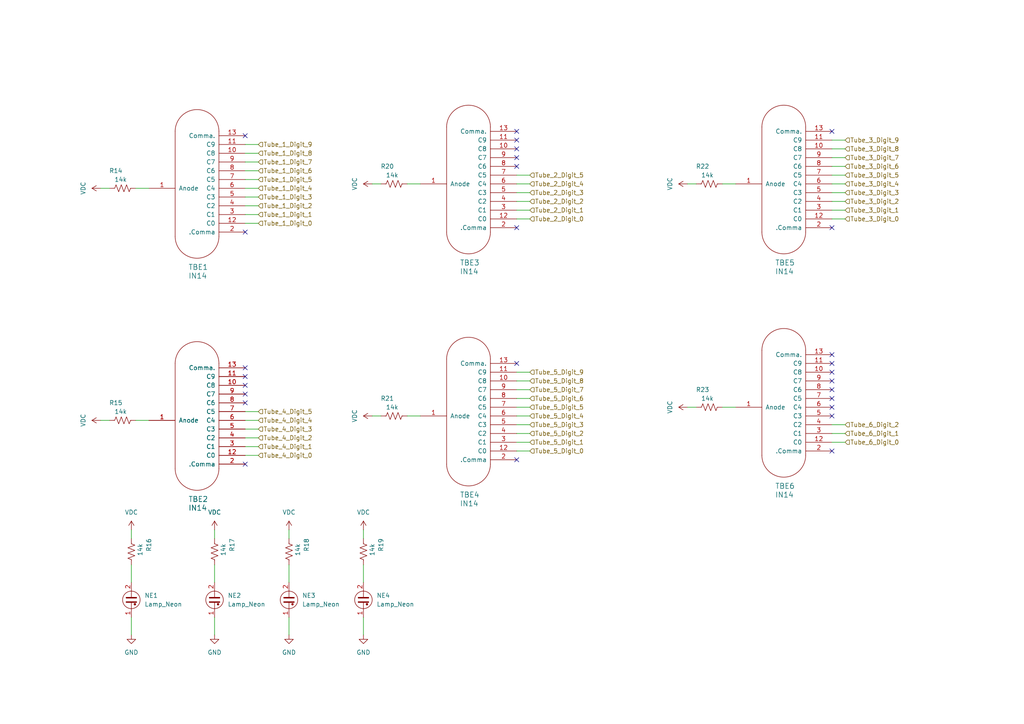
<source format=kicad_sch>
(kicad_sch (version 20211123) (generator eeschema)
  (paper "A4")
  (lib_symbols
    (symbol "Device:Lamp_Neon" (pin_names (offset 0.0254) hide)
      (property "Reference" "NE" (at 0.635 3.81 0))
      (property "Value" "Lamp_Neon" (at 0.635 -3.81 0))
      (symbol "Lamp_Neon_0_1"
        (rectangle (start -1.524 -0.508) (end 1.524 -0.762) (fill (type outline)))
        (rectangle (start -1.524 0.762) (end 1.524 0.508) (fill (type outline)))
        (polyline (pts (xy 0 -2.54) (xy 0 -0.762)))
        (polyline (pts (xy 0 0.762) (xy 0 2.54)))
        (circle (center 0 0) (radius 2.54))
        (circle (center 1.016 -1.27) (radius 0.254) (fill (type outline)))
      )
      (symbol "Lamp_Neon_1_1"
        (pin passive line (at 0 -5.08 90) (length 2.54) (name "~") (number "1"))
        (pin passive line (at 0 5.08 270) (length 2.54) (name "~") (number "2"))
      )
    )
    (symbol "Device:R_US" (pin_numbers hide) (pin_names (offset 0))
      (property "Reference" "R" (at 2.54 0 90))
      (property "Value" "R_US" (at -2.54 0 90))
      (symbol "R_US_0_1"
        (polyline (pts (xy 0 -2.286) (xy 0 -2.54)))
        (polyline (pts (xy 0 2.286) (xy 0 2.54)))
        (polyline (pts (xy 0 -0.762) (xy 1.016 -1.143) (xy 0 -1.524) (xy -1.016 -1.905) (xy 0 -2.286)))
        (polyline (pts (xy 0 0.762) (xy 1.016 0.381) (xy 0 0) (xy -1.016 -0.381) (xy 0 -0.762)))
        (polyline (pts (xy 0 2.286) (xy 1.016 1.905) (xy 0 1.524) (xy -1.016 1.143) (xy 0 0.762)))
      )
      (symbol "R_US_1_1"
        (pin passive line (at 0 3.81 270) (length 1.27) (name "~") (number "1"))
        (pin passive line (at 0 -3.81 90) (length 1.27) (name "~") (number "2"))
      )
    )
    (symbol "in14_lib:IN14" (pin_names (offset 1.016))
      (property "Reference" "TBE" (at -2.54 0 0))
      (property "Value" "IN14" (at -8.89 -7.62 0))
      (symbol "IN14_0_1"
        (arc (start -6.35 -1.27) (mid -12.7 -7.62) (end -6.35 -13.97))
        (polyline (pts (xy -6.35 -13.97) (xy 24.13 -13.97)))
        (polyline (pts (xy 24.13 -1.27) (xy -6.35 -1.27)))
        (arc (start 24.13 -13.97) (mid 30.48 -7.62) (end 24.13 -1.27))
      )
      (symbol "IN14_1_1"
        (pin input line (at 7.62 6.35 270) (length 7.62) (name "Anode") (number "1"))
        (pin input line (at 17.78 -21.59 90) (length 7.62) (name "C8") (number "10"))
        (pin input line (at 20.32 -21.59 90) (length 7.62) (name "C9") (number "11"))
        (pin input line (at -2.54 -21.59 90) (length 7.62) (name "C0") (number "12"))
        (pin input line (at 22.86 -21.59 90) (length 7.62) (name "Comma.") (number "13"))
        (pin input line (at -5.08 -21.59 90) (length 7.62) (name ".Comma") (number "2"))
        (pin input line (at 0 -21.59 90) (length 7.62) (name "C1") (number "3"))
        (pin input line (at 2.54 -21.59 90) (length 7.62) (name "C2") (number "4"))
        (pin input line (at 5.08 -21.59 90) (length 7.62) (name "C3") (number "5"))
        (pin input line (at 7.62 -21.59 90) (length 7.62) (name "C4") (number "6"))
        (pin input line (at 10.16 -21.59 90) (length 7.62) (name "C5") (number "7"))
        (pin input line (at 12.7 -21.59 90) (length 7.62) (name "C6") (number "8"))
        (pin input line (at 15.24 -21.59 90) (length 7.62) (name "C7") (number "9"))
      )
    )
    (symbol "power:GND" (power) (pin_names (offset 0))
      (property "Value" "GND" (at 0 -3.81 0))
      (symbol "GND_0_1"
        (polyline (pts (xy 0 0) (xy 0 -1.27) (xy 1.27 -1.27) (xy 0 -2.54) (xy -1.27 -1.27) (xy 0 -1.27)))
      )
      (symbol "GND_1_1"
        (pin power_in line (at 0 0 270) (length 0) hide (name "GND") (number "1"))
      )
    )
    (symbol "power:VDC" (power) (pin_names (offset 0))
      (property "Value" "VDC" (at 0 6.35 0))
      (symbol "VDC_0_1"
        (polyline (pts (xy -0.762 1.27) (xy 0 2.54)))
        (polyline (pts (xy 0 0) (xy 0 2.54)))
        (polyline (pts (xy 0 2.54) (xy 0.762 1.27)))
      )
      (symbol "VDC_1_1"
        (pin power_in line (at 0 0 90) (length 0) hide (name "VDC") (number "1"))
      )
    )
  )
  (no_connect (at 71.12 134.62))
  (no_connect (at 149.86 43.18))
  (no_connect (at 241.3 130.81))
  (no_connect (at 71.12 111.76))
  (no_connect (at 241.3 102.87))
  (no_connect (at 241.3 115.57))
  (no_connect (at 149.86 66.04))
  (no_connect (at 241.3 113.03))
  (no_connect (at 241.3 107.95))
  (no_connect (at 71.12 116.84))
  (no_connect (at 241.3 105.41))
  (no_connect (at 71.12 67.31))
  (no_connect (at 149.86 40.64))
  (no_connect (at 241.3 118.11))
  (no_connect (at 241.3 66.04))
  (no_connect (at 71.12 39.37))
  (no_connect (at 149.86 38.1))
  (no_connect (at 71.12 106.68))
  (no_connect (at 149.86 105.41))
  (no_connect (at 149.86 48.26))
  (no_connect (at 149.86 133.35))
  (no_connect (at 241.3 38.1))
  (no_connect (at 149.86 45.72))
  (no_connect (at 241.3 110.49))
  (no_connect (at 241.3 120.65))
  (no_connect (at 71.12 114.3))
  (no_connect (at 71.12 109.22))
  (wire (pts (xy 118.11 53.34) (xy 121.92 53.34)))
  (wire (pts (xy 241.3 60.96) (xy 245.11 60.96)))
  (wire (pts (xy 149.86 123.19) (xy 153.67 123.19)))
  (wire (pts (xy 241.3 40.64) (xy 245.11 40.64)))
  (wire (pts (xy 71.12 57.15) (xy 74.93 57.15)))
  (wire (pts (xy 71.12 129.54) (xy 74.93 129.54)))
  (wire (pts (xy 149.86 110.49) (xy 153.67 110.49)))
  (wire (pts (xy 149.86 50.8) (xy 153.67 50.8)))
  (wire (pts (xy 71.12 64.77) (xy 74.93 64.77)))
  (wire (pts (xy 149.86 130.81) (xy 153.67 130.81)))
  (wire (pts (xy 149.86 115.57) (xy 153.67 115.57)))
  (wire (pts (xy 71.12 62.23) (xy 74.93 62.23)))
  (wire (pts (xy 241.3 53.34) (xy 245.11 53.34)))
  (wire (pts (xy 241.3 43.18) (xy 245.11 43.18)))
  (wire (pts (xy 71.12 54.61) (xy 74.93 54.61)))
  (wire (pts (xy 149.86 128.27) (xy 153.67 128.27)))
  (wire (pts (xy 149.86 107.95) (xy 153.67 107.95)))
  (wire (pts (xy 241.3 128.27) (xy 245.11 128.27)))
  (wire (pts (xy 62.23 153.67) (xy 62.23 156.21)))
  (wire (pts (xy 62.23 163.83) (xy 62.23 168.91)))
  (wire (pts (xy 199.39 53.34) (xy 201.93 53.34)))
  (wire (pts (xy 71.12 46.99) (xy 74.93 46.99)))
  (wire (pts (xy 149.86 63.5) (xy 153.67 63.5)))
  (wire (pts (xy 118.11 120.65) (xy 121.92 120.65)))
  (wire (pts (xy 83.82 153.67) (xy 83.82 156.21)))
  (wire (pts (xy 29.21 121.92) (xy 31.75 121.92)))
  (wire (pts (xy 38.1 179.07) (xy 38.1 184.15)))
  (wire (pts (xy 149.86 58.42) (xy 153.67 58.42)))
  (wire (pts (xy 38.1 153.67) (xy 38.1 156.21)))
  (wire (pts (xy 241.3 48.26) (xy 245.11 48.26)))
  (wire (pts (xy 71.12 49.53) (xy 74.93 49.53)))
  (wire (pts (xy 105.41 163.83) (xy 105.41 168.91)))
  (wire (pts (xy 39.37 54.61) (xy 43.18 54.61)))
  (wire (pts (xy 83.82 179.07) (xy 83.82 184.15)))
  (wire (pts (xy 71.12 132.08) (xy 74.93 132.08)))
  (wire (pts (xy 39.37 121.92) (xy 43.18 121.92)))
  (wire (pts (xy 71.12 44.45) (xy 74.93 44.45)))
  (wire (pts (xy 71.12 124.46) (xy 74.93 124.46)))
  (wire (pts (xy 241.3 45.72) (xy 245.11 45.72)))
  (wire (pts (xy 71.12 59.69) (xy 74.93 59.69)))
  (wire (pts (xy 105.41 153.67) (xy 105.41 156.21)))
  (wire (pts (xy 209.55 53.34) (xy 213.36 53.34)))
  (wire (pts (xy 241.3 123.19) (xy 245.11 123.19)))
  (wire (pts (xy 149.86 120.65) (xy 153.67 120.65)))
  (wire (pts (xy 149.86 55.88) (xy 153.67 55.88)))
  (wire (pts (xy 209.55 118.11) (xy 213.36 118.11)))
  (wire (pts (xy 71.12 127) (xy 74.93 127)))
  (wire (pts (xy 83.82 163.83) (xy 83.82 168.91)))
  (wire (pts (xy 29.21 54.61) (xy 31.75 54.61)))
  (wire (pts (xy 107.95 53.34) (xy 110.49 53.34)))
  (wire (pts (xy 149.86 53.34) (xy 153.67 53.34)))
  (wire (pts (xy 71.12 121.92) (xy 74.93 121.92)))
  (wire (pts (xy 149.86 118.11) (xy 153.67 118.11)))
  (wire (pts (xy 38.1 163.83) (xy 38.1 168.91)))
  (wire (pts (xy 149.86 113.03) (xy 153.67 113.03)))
  (wire (pts (xy 62.23 179.07) (xy 62.23 184.15)))
  (wire (pts (xy 107.95 120.65) (xy 110.49 120.65)))
  (wire (pts (xy 149.86 125.73) (xy 153.67 125.73)))
  (wire (pts (xy 199.39 118.11) (xy 201.93 118.11)))
  (wire (pts (xy 71.12 41.91) (xy 74.93 41.91)))
  (wire (pts (xy 105.41 179.07) (xy 105.41 184.15)))
  (wire (pts (xy 241.3 125.73) (xy 245.11 125.73)))
  (wire (pts (xy 241.3 50.8) (xy 245.11 50.8)))
  (wire (pts (xy 71.12 52.07) (xy 74.93 52.07)))
  (wire (pts (xy 71.12 119.38) (xy 74.93 119.38)))
  (wire (pts (xy 149.86 60.96) (xy 153.67 60.96)))
  (wire (pts (xy 241.3 63.5) (xy 245.11 63.5)))
  (wire (pts (xy 241.3 58.42) (xy 245.11 58.42)))
  (wire (pts (xy 241.3 55.88) (xy 245.11 55.88)))
  (hierarchical_label "Tube_5_Digit_9" (shape input) (at 153.67 107.95 0))
  (hierarchical_label "Tube_1_Digit_5" (shape input) (at 74.93 52.07 0))
  (hierarchical_label "Tube_5_Digit_4" (shape input) (at 153.67 120.65 0))
  (hierarchical_label "Tube_5_Digit_5" (shape input) (at 153.67 118.11 0))
  (hierarchical_label "Tube_4_Digit_4" (shape input) (at 74.93 121.92 0))
  (hierarchical_label "Tube_1_Digit_8" (shape input) (at 74.93 44.45 0))
  (hierarchical_label "Tube_6_Digit_1" (shape input) (at 245.11 125.73 0))
  (hierarchical_label "Tube_5_Digit_7" (shape input) (at 153.67 113.03 0))
  (hierarchical_label "Tube_3_Digit_6" (shape input) (at 245.11 48.26 0))
  (hierarchical_label "Tube_3_Digit_3" (shape input) (at 245.11 55.88 0))
  (hierarchical_label "Tube_1_Digit_7" (shape input) (at 74.93 46.99 0))
  (hierarchical_label "Tube_1_Digit_6" (shape input) (at 74.93 49.53 0))
  (hierarchical_label "Tube_1_Digit_2" (shape input) (at 74.93 59.69 0))
  (hierarchical_label "Tube_1_Digit_4" (shape input) (at 74.93 54.61 0))
  (hierarchical_label "Tube_3_Digit_4" (shape input) (at 245.11 53.34 0))
  (hierarchical_label "Tube_4_Digit_2" (shape input) (at 74.93 127 0))
  (hierarchical_label "Tube_2_Digit_5" (shape input) (at 153.67 50.8 0))
  (hierarchical_label "Tube_2_Digit_0" (shape input) (at 153.67 63.5 0))
  (hierarchical_label "Tube_5_Digit_3" (shape input) (at 153.67 123.19 0))
  (hierarchical_label "Tube_3_Digit_2" (shape input) (at 245.11 58.42 0))
  (hierarchical_label "Tube_5_Digit_6" (shape input) (at 153.67 115.57 0))
  (hierarchical_label "Tube_2_Digit_1" (shape input) (at 153.67 60.96 0))
  (hierarchical_label "Tube_3_Digit_0" (shape input) (at 245.11 63.5 0))
  (hierarchical_label "Tube_3_Digit_9" (shape input) (at 245.11 40.64 0))
  (hierarchical_label "Tube_2_Digit_4" (shape input) (at 153.67 53.34 0))
  (hierarchical_label "Tube_3_Digit_5" (shape input) (at 245.11 50.8 0))
  (hierarchical_label "Tube_6_Digit_0" (shape input) (at 245.11 128.27 0))
  (hierarchical_label "Tube_3_Digit_8" (shape input) (at 245.11 43.18 0))
  (hierarchical_label "Tube_4_Digit_3" (shape input) (at 74.93 124.46 0))
  (hierarchical_label "Tube_1_Digit_9" (shape input) (at 74.93 41.91 0))
  (hierarchical_label "Tube_6_Digit_2" (shape input) (at 245.11 123.19 0))
  (hierarchical_label "Tube_3_Digit_7" (shape input) (at 245.11 45.72 0))
  (hierarchical_label "Tube_5_Digit_1" (shape input) (at 153.67 128.27 0))
  (hierarchical_label "Tube_4_Digit_5" (shape input) (at 74.93 119.38 0))
  (hierarchical_label "Tube_2_Digit_3" (shape input) (at 153.67 55.88 0))
  (hierarchical_label "Tube_4_Digit_0" (shape input) (at 74.93 132.08 0))
  (hierarchical_label "Tube_5_Digit_8" (shape input) (at 153.67 110.49 0))
  (hierarchical_label "Tube_4_Digit_1" (shape input) (at 74.93 129.54 0))
  (hierarchical_label "Tube_1_Digit_3" (shape input) (at 74.93 57.15 0))
  (hierarchical_label "Tube_5_Digit_2" (shape input) (at 153.67 125.73 0))
  (hierarchical_label "Tube_1_Digit_0" (shape input) (at 74.93 64.77 0))
  (hierarchical_label "Tube_5_Digit_0" (shape input) (at 153.67 130.81 0))
  (hierarchical_label "Tube_1_Digit_1" (shape input) (at 74.93 62.23 0))
  (hierarchical_label "Tube_2_Digit_2" (shape input) (at 153.67 58.42 0))
  (hierarchical_label "Tube_3_Digit_1" (shape input) (at 245.11 60.96 0))
  (symbol (lib_id "power:VDC") (at 62.23 153.67 0) (unit 1)
    (property "Reference" "#PWR071" (effects hide))
    (property "Value" "VDC" (at 62.23 148.59 0))
  )
  (symbol (lib_id "power:VDC") (at 29.21 54.61 90) (unit 1)
    (property "Reference" "#PWR067" (effects hide))
    (property "Value" "VDC" (at 24.13 54.61 0))
  )
  (symbol (lib_id "power:GND") (at 83.82 184.15 0) (unit 1)
    (property "Reference" "#PWR074" (effects hide))
    (property "Value" "GND" (at 83.82 189.23 0))
  )
  (symbol (lib_id "in14_lib:IN14") (at 219.71 125.73 90) (unit 1)
    (property "Reference" "TBE6" (at 224.79 140.97 90) (effects (font (size 1.524 1.524)) (justify right)))
    (property "Value" "IN14" (at 224.79 143.51 90) (effects (font (size 1.524 1.524)) (justify right)))
    (property "Footprint" "tlnixie-master:IN-14-mod" (effects hide))
  )
  (symbol (lib_id "Device:R_US") (at 35.56 54.61 270) (unit 1)
    (property "Reference" "R14" (at 35.56 49.53 90) (effects (justify right)))
    (property "Value" "14k" (at 36.8299 52.07 90) (effects (justify right)))
  )
  (symbol (lib_id "power:VDC") (at 199.39 118.11 90) (unit 1)
    (property "Reference" "#PWR080" (effects hide))
    (property "Value" "VDC" (at 194.31 118.11 0))
  )
  (symbol (lib_id "Device:R_US") (at 62.23 160.02 180) (unit 1)
    (property "Reference" "R17" (at 67.31 160.02 90) (effects (justify right)))
    (property "Value" "14k" (at 64.77 161.2899 90) (effects (justify right)))
  )
  (symbol (lib_id "power:VDC") (at 29.21 121.92 90) (unit 1)
    (property "Reference" "#PWR068" (effects hide))
    (property "Value" "VDC" (at 24.13 121.92 0))
  )
  (symbol (lib_id "power:VDC") (at 83.82 153.67 0) (unit 1)
    (property "Reference" "#PWR073" (effects hide))
    (property "Value" "VDC" (at 83.82 148.59 0))
  )
  (symbol (lib_id "Device:Lamp_Neon") (at 105.41 173.99 0) (unit 1)
    (property "Reference" "NE4" (at 109.22 172.7199 0) (effects (justify left)))
    (property "Value" "Lamp_Neon" (at 109.22 175.2599 0) (effects (justify left)))
    (property "Footprint" "LED_THT:LED_D5.0mm_Clear" (effects hide))
  )
  (symbol (lib_id "power:GND") (at 105.41 184.15 0) (unit 1)
    (property "Reference" "#PWR076" (effects hide))
    (property "Value" "GND" (at 105.41 189.23 0))
  )
  (symbol (lib_id "power:GND") (at 62.23 184.15 0) (unit 1)
    (property "Reference" "#PWR072" (effects hide))
    (property "Value" "GND" (at 62.23 189.23 0))
  )
  (symbol (lib_id "Device:R_US") (at 205.74 53.34 270) (unit 1)
    (property "Reference" "R22" (at 205.74 48.26 90) (effects (justify right)))
    (property "Value" "14k" (at 207.0099 50.8 90) (effects (justify right)))
  )
  (symbol (lib_id "Device:R_US") (at 38.1 160.02 180) (unit 1)
    (property "Reference" "R16" (at 43.18 160.02 90) (effects (justify right)))
    (property "Value" "14k" (at 40.64 161.2899 90) (effects (justify right)))
  )
  (symbol (lib_id "in14_lib:IN14") (at 219.71 60.96 90) (unit 1)
    (property "Reference" "TBE5" (at 224.79 76.2 90) (effects (font (size 1.524 1.524)) (justify right)))
    (property "Value" "IN14" (at 224.79 78.74 90) (effects (font (size 1.524 1.524)) (justify right)))
    (property "Footprint" "tlnixie-master:IN-14-mod" (effects hide))
  )
  (symbol (lib_id "in14_lib:IN14") (at 49.53 62.23 90) (unit 1)
    (property "Reference" "TBE1" (at 54.61 77.47 90) (effects (font (size 1.524 1.524)) (justify right)))
    (property "Value" "IN14" (at 54.61 80.01 90) (effects (font (size 1.524 1.524)) (justify right)))
    (property "Footprint" "tlnixie-master:IN-14-mod" (effects hide))
  )
  (symbol (lib_id "in14_lib:IN14") (at 128.27 128.27 90) (unit 1)
    (property "Reference" "TBE4" (at 133.35 143.51 90) (effects (font (size 1.524 1.524)) (justify right)))
    (property "Value" "IN14" (at 133.35 146.05 90) (effects (font (size 1.524 1.524)) (justify right)))
    (property "Footprint" "tlnixie-master:IN-14-mod" (effects hide))
  )
  (symbol (lib_id "in14_lib:IN14") (at 128.27 60.96 90) (unit 1)
    (property "Reference" "TBE3" (at 133.35 76.2 90) (effects (font (size 1.524 1.524)) (justify right)))
    (property "Value" "IN14" (at 133.35 78.74 90) (effects (font (size 1.524 1.524)) (justify right)))
    (property "Footprint" "tlnixie-master:IN-14-mod" (effects hide))
  )
  (symbol (lib_id "Device:R_US") (at 114.3 120.65 270) (unit 1)
    (property "Reference" "R21" (at 114.3 115.57 90) (effects (justify right)))
    (property "Value" "14k" (at 115.5699 118.11 90) (effects (justify right)))
  )
  (symbol (lib_id "Device:R_US") (at 105.41 160.02 180) (unit 1)
    (property "Reference" "R19" (at 110.49 160.02 90) (effects (justify right)))
    (property "Value" "14k" (at 107.95 161.2899 90) (effects (justify right)))
  )
  (symbol (lib_id "Device:R_US") (at 83.82 160.02 180) (unit 1)
    (property "Reference" "R18" (at 88.9 160.02 90) (effects (justify right)))
    (property "Value" "14k" (at 86.36 161.2899 90) (effects (justify right)))
  )
  (symbol (lib_id "power:VDC") (at 38.1 153.67 0) (unit 1)
    (property "Reference" "#PWR069" (effects hide))
    (property "Value" "VDC" (at 38.1 148.59 0))
  )
  (symbol (lib_id "power:VDC") (at 107.95 53.34 90) (unit 1)
    (property "Reference" "#PWR077" (effects hide))
    (property "Value" "VDC" (at 102.87 53.34 0))
  )
  (symbol (lib_id "Device:Lamp_Neon") (at 83.82 173.99 0) (unit 1)
    (property "Reference" "NE3" (at 87.63 172.7199 0) (effects (justify left)))
    (property "Value" "Lamp_Neon" (at 87.63 175.2599 0) (effects (justify left)))
    (property "Footprint" "LED_THT:LED_D5.0mm_Clear" (effects hide))
  )
  (symbol (lib_id "in14_lib:IN14") (at 49.53 129.54 90) (unit 1)
    (property "Reference" "TBE2" (at 54.61 144.78 90) (effects (font (size 1.524 1.524)) (justify right)))
    (property "Value" "IN14" (at 54.61 147.32 90) (effects (font (size 1.524 1.524)) (justify right)))
    (property "Footprint" "tlnixie-master:IN-14-mod" (effects hide))
  )
  (symbol (lib_id "Device:R_US") (at 114.3 53.34 270) (unit 1)
    (property "Reference" "R20" (at 114.3 48.26 90) (effects (justify right)))
    (property "Value" "14k" (at 115.5699 50.8 90) (effects (justify right)))
  )
  (symbol (lib_id "power:VDC") (at 105.41 153.67 0) (unit 1)
    (property "Reference" "#PWR075" (effects hide))
    (property "Value" "VDC" (at 105.41 148.59 0))
  )
  (symbol (lib_id "Device:Lamp_Neon") (at 62.23 173.99 0) (unit 1)
    (property "Reference" "NE2" (at 66.04 172.7199 0) (effects (justify left)))
    (property "Value" "Lamp_Neon" (at 66.04 175.2599 0) (effects (justify left)))
    (property "Footprint" "LED_THT:LED_D5.0mm_Clear" (effects hide))
  )
  (symbol (lib_id "Device:R_US") (at 35.56 121.92 270) (unit 1)
    (property "Reference" "R15" (at 35.56 116.84 90) (effects (justify right)))
    (property "Value" "14k" (at 36.8299 119.38 90) (effects (justify right)))
  )
  (symbol (lib_id "power:VDC") (at 107.95 120.65 90) (unit 1)
    (property "Reference" "#PWR078" (effects hide))
    (property "Value" "VDC" (at 102.87 120.65 0))
  )
  (symbol (lib_id "Device:R_US") (at 205.74 118.11 270) (unit 1)
    (property "Reference" "R23" (at 205.74 113.03 90) (effects (justify right)))
    (property "Value" "14k" (at 207.0099 115.57 90) (effects (justify right)))
  )
  (symbol (lib_id "Device:Lamp_Neon") (at 38.1 173.99 0) (unit 1)
    (property "Reference" "NE1" (at 41.91 172.7199 0) (effects (justify left)))
    (property "Value" "Lamp_Neon" (at 41.91 175.2599 0) (effects (justify left)))
    (property "Footprint" "LED_THT:LED_D5.0mm_Clear" (effects hide))
  )
  (symbol (lib_id "power:VDC") (at 199.39 53.34 90) (unit 1)
    (property "Reference" "#PWR079" (effects hide))
    (property "Value" "VDC" (at 194.31 53.34 0))
  )
  (symbol (lib_id "power:GND") (at 38.1 184.15 0) (unit 1)
    (property "Reference" "#PWR070" (effects hide))
    (property "Value" "GND" (at 38.1 189.23 0))
  )
)
</source>
